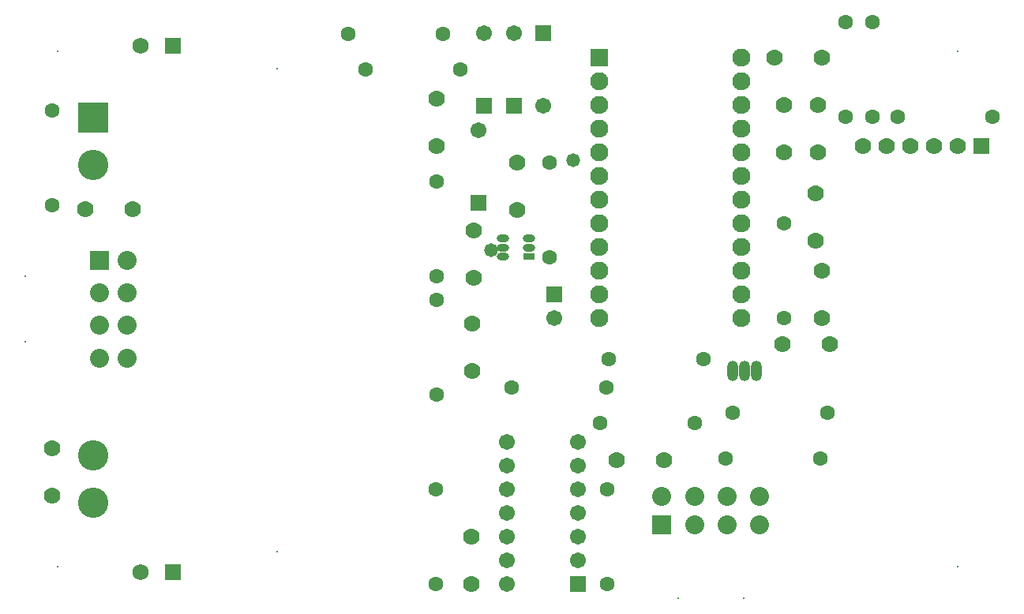
<source format=gts>
G04 Layer_Color=8388736*
%FSLAX25Y25*%
%MOIN*%
G70*
G01*
G75*
%ADD21R,0.06800X0.06800*%
%ADD22C,0.06800*%
%ADD40O,0.05131X0.03162*%
%ADD41R,0.05131X0.03162*%
%ADD42C,0.00800*%
%ADD43R,0.08000X0.08000*%
%ADD44C,0.08000*%
%ADD45C,0.07000*%
%ADD46C,0.06312*%
%ADD47R,0.07600X0.07600*%
%ADD48C,0.07600*%
%ADD49R,0.12800X0.12800*%
%ADD50C,0.12800*%
%ADD51R,0.06706X0.06706*%
%ADD52C,0.06706*%
%ADD53R,0.08000X0.08000*%
%ADD54O,0.04737X0.08674*%
%ADD55O,0.04737X0.08674*%
%ADD56R,0.06706X0.06706*%
%ADD57R,0.07000X0.07000*%
%ADD58C,0.05800*%
D21*
X71300Y20000D02*
D03*
Y242500D02*
D03*
D22*
X57500Y20000D02*
D03*
Y242500D02*
D03*
D40*
X210476Y160980D02*
D03*
Y157240D02*
D03*
Y153500D02*
D03*
X221500Y160980D02*
D03*
Y157240D02*
D03*
D41*
Y153500D02*
D03*
D42*
X22500Y22500D02*
D03*
Y240000D02*
D03*
X8858Y144949D02*
D03*
Y117390D02*
D03*
X115200Y28800D02*
D03*
Y232800D02*
D03*
X284500Y9000D02*
D03*
X312059D02*
D03*
X402500Y240000D02*
D03*
Y22500D02*
D03*
D43*
X40000Y151839D02*
D03*
D44*
X51811D02*
D03*
X40000Y138059D02*
D03*
X51811D02*
D03*
X40000Y124280D02*
D03*
X51811D02*
D03*
X40000Y110500D02*
D03*
X51811D02*
D03*
X277610Y51953D02*
D03*
X291390Y40142D02*
D03*
Y51953D02*
D03*
X305169Y40142D02*
D03*
Y51953D02*
D03*
X318949Y40142D02*
D03*
Y51953D02*
D03*
D45*
X182500Y200000D02*
D03*
Y220000D02*
D03*
X197500Y105000D02*
D03*
Y125000D02*
D03*
X20000Y52500D02*
D03*
Y72500D02*
D03*
X342500Y160000D02*
D03*
Y180000D02*
D03*
X216500Y173000D02*
D03*
Y193000D02*
D03*
X197000Y35000D02*
D03*
Y15000D02*
D03*
X34000Y173500D02*
D03*
X54000D02*
D03*
X198000Y144500D02*
D03*
Y164500D02*
D03*
X348500Y116500D02*
D03*
X328500D02*
D03*
X345000Y127500D02*
D03*
Y147500D02*
D03*
X343500Y217500D02*
D03*
Y197500D02*
D03*
X329000Y217500D02*
D03*
Y197500D02*
D03*
X278500Y67500D02*
D03*
X258500D02*
D03*
X345000Y237500D02*
D03*
X325000D02*
D03*
X402500Y200000D02*
D03*
X392500D02*
D03*
X382500D02*
D03*
X372500D02*
D03*
X362500D02*
D03*
D46*
X192500Y232500D02*
D03*
X152500D02*
D03*
X185000Y247500D02*
D03*
X145000D02*
D03*
X230000Y193000D02*
D03*
Y153000D02*
D03*
X20000Y215000D02*
D03*
Y175000D02*
D03*
X182000Y15000D02*
D03*
Y55000D02*
D03*
X254500D02*
D03*
Y15000D02*
D03*
X251500Y83000D02*
D03*
X291500D02*
D03*
X182500Y145000D02*
D03*
Y185000D02*
D03*
Y135000D02*
D03*
Y95000D02*
D03*
X329000Y167500D02*
D03*
Y127500D02*
D03*
X347500Y87500D02*
D03*
X307500D02*
D03*
X355000Y212500D02*
D03*
Y252500D02*
D03*
X295000Y110000D02*
D03*
X255000D02*
D03*
X366500Y252500D02*
D03*
Y212500D02*
D03*
X417000D02*
D03*
X377000D02*
D03*
X214000Y98000D02*
D03*
X254000D02*
D03*
X344500Y68000D02*
D03*
X304500D02*
D03*
D47*
X251000Y237500D02*
D03*
D48*
Y227500D02*
D03*
Y217500D02*
D03*
Y207500D02*
D03*
Y197500D02*
D03*
Y187500D02*
D03*
Y177500D02*
D03*
Y167500D02*
D03*
Y157500D02*
D03*
Y147500D02*
D03*
Y137500D02*
D03*
Y127500D02*
D03*
X311000D02*
D03*
Y137500D02*
D03*
Y147500D02*
D03*
Y157500D02*
D03*
Y167500D02*
D03*
Y177500D02*
D03*
Y187500D02*
D03*
Y197500D02*
D03*
Y207500D02*
D03*
Y217500D02*
D03*
Y227500D02*
D03*
Y237500D02*
D03*
D49*
X37500Y212000D02*
D03*
D50*
Y192000D02*
D03*
Y49500D02*
D03*
Y69500D02*
D03*
D51*
X202500Y217146D02*
D03*
X215000D02*
D03*
X227500Y247854D02*
D03*
X232000Y137500D02*
D03*
X200000Y176146D02*
D03*
D52*
X202500Y247854D02*
D03*
X215000D02*
D03*
X227500Y217146D02*
D03*
X232000Y127500D02*
D03*
X200000Y206854D02*
D03*
X212000Y75000D02*
D03*
Y65000D02*
D03*
Y55000D02*
D03*
Y45000D02*
D03*
Y35000D02*
D03*
Y25000D02*
D03*
Y15000D02*
D03*
X242000Y75000D02*
D03*
Y65000D02*
D03*
Y55000D02*
D03*
Y45000D02*
D03*
Y35000D02*
D03*
Y25000D02*
D03*
D53*
X277610Y40142D02*
D03*
D54*
X317500Y105000D02*
D03*
X307500D02*
D03*
D55*
X312500D02*
D03*
D56*
X242000Y15000D02*
D03*
D57*
X412500Y200000D02*
D03*
D58*
X205600Y156200D02*
D03*
X240000Y194000D02*
D03*
M02*

</source>
